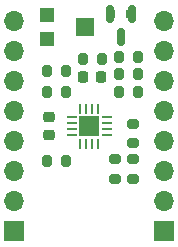
<source format=gbr>
%TF.GenerationSoftware,KiCad,Pcbnew,(6.0.5)*%
%TF.CreationDate,2022-05-26T22:58:09+02:00*%
%TF.ProjectId,STP220_Polulu,53545032-3230-45f5-906f-6c756c752e6b,rev?*%
%TF.SameCoordinates,Original*%
%TF.FileFunction,Soldermask,Bot*%
%TF.FilePolarity,Negative*%
%FSLAX46Y46*%
G04 Gerber Fmt 4.6, Leading zero omitted, Abs format (unit mm)*
G04 Created by KiCad (PCBNEW (6.0.5)) date 2022-05-26 22:58:09*
%MOMM*%
%LPD*%
G01*
G04 APERTURE LIST*
G04 Aperture macros list*
%AMRoundRect*
0 Rectangle with rounded corners*
0 $1 Rounding radius*
0 $2 $3 $4 $5 $6 $7 $8 $9 X,Y pos of 4 corners*
0 Add a 4 corners polygon primitive as box body*
4,1,4,$2,$3,$4,$5,$6,$7,$8,$9,$2,$3,0*
0 Add four circle primitives for the rounded corners*
1,1,$1+$1,$2,$3*
1,1,$1+$1,$4,$5*
1,1,$1+$1,$6,$7*
1,1,$1+$1,$8,$9*
0 Add four rect primitives between the rounded corners*
20,1,$1+$1,$2,$3,$4,$5,0*
20,1,$1+$1,$4,$5,$6,$7,0*
20,1,$1+$1,$6,$7,$8,$9,0*
20,1,$1+$1,$8,$9,$2,$3,0*%
G04 Aperture macros list end*
%ADD10R,1.700000X1.700000*%
%ADD11O,1.700000X1.700000*%
%ADD12RoundRect,0.200000X0.200000X0.275000X-0.200000X0.275000X-0.200000X-0.275000X0.200000X-0.275000X0*%
%ADD13RoundRect,0.200000X-0.200000X-0.275000X0.200000X-0.275000X0.200000X0.275000X-0.200000X0.275000X0*%
%ADD14RoundRect,0.200000X0.275000X-0.200000X0.275000X0.200000X-0.275000X0.200000X-0.275000X-0.200000X0*%
%ADD15RoundRect,0.062500X0.062500X-0.325000X0.062500X0.325000X-0.062500X0.325000X-0.062500X-0.325000X0*%
%ADD16RoundRect,0.062500X0.325000X-0.062500X0.325000X0.062500X-0.325000X0.062500X-0.325000X-0.062500X0*%
%ADD17R,1.800000X1.800000*%
%ADD18RoundRect,0.150000X-0.150000X0.587500X-0.150000X-0.587500X0.150000X-0.587500X0.150000X0.587500X0*%
%ADD19R,1.200000X1.200000*%
%ADD20R,1.500000X1.600000*%
%ADD21R,0.450000X0.700000*%
%ADD22RoundRect,0.225000X0.225000X0.250000X-0.225000X0.250000X-0.225000X-0.250000X0.225000X-0.250000X0*%
%ADD23RoundRect,0.200000X-0.275000X0.200000X-0.275000X-0.200000X0.275000X-0.200000X0.275000X0.200000X0*%
%ADD24RoundRect,0.225000X-0.250000X0.225000X-0.250000X-0.225000X0.250000X-0.225000X0.250000X0.225000X0*%
G04 APERTURE END LIST*
D10*
%TO.C,J2*%
X135890000Y-95235000D03*
D11*
X135890000Y-92695000D03*
X135890000Y-90155000D03*
X135890000Y-87615000D03*
X135890000Y-85075000D03*
X135890000Y-82535000D03*
X135890000Y-79995000D03*
X135890000Y-77455000D03*
%TD*%
D10*
%TO.C,J1*%
X148590000Y-95250000D03*
D11*
X148590000Y-92710000D03*
X148590000Y-90170000D03*
X148590000Y-87630000D03*
X148590000Y-85090000D03*
X148590000Y-82550000D03*
X148590000Y-80010000D03*
X148590000Y-77470000D03*
%TD*%
D12*
%TO.C,R7*%
X140271000Y-89281000D03*
X138621000Y-89281000D03*
%TD*%
%TO.C,R4*%
X140271000Y-81661000D03*
X138621000Y-81661000D03*
%TD*%
%TO.C,R6*%
X140271000Y-83439000D03*
X138621000Y-83439000D03*
%TD*%
D13*
%TO.C,R10*%
X144717000Y-83464400D03*
X146367000Y-83464400D03*
%TD*%
D14*
%TO.C,R3*%
X145923000Y-90804000D03*
X145923000Y-89154000D03*
%TD*%
D13*
%TO.C,R1*%
X144717000Y-80518000D03*
X146367000Y-80518000D03*
%TD*%
D15*
%TO.C,U1*%
X142990000Y-87847500D03*
X142490000Y-87847500D03*
X141990000Y-87847500D03*
X141490000Y-87847500D03*
D16*
X140752500Y-87110000D03*
X140752500Y-86610000D03*
X140752500Y-86110000D03*
X140752500Y-85610000D03*
D15*
X141490000Y-84872500D03*
X141990000Y-84872500D03*
X142490000Y-84872500D03*
X142990000Y-84872500D03*
D16*
X143727500Y-85610000D03*
X143727500Y-86110000D03*
X143727500Y-86610000D03*
X143727500Y-87110000D03*
D17*
X142240000Y-86360000D03*
%TD*%
D12*
%TO.C,R8*%
X146367000Y-81991200D03*
X144717000Y-81991200D03*
%TD*%
D18*
%TO.C,Q1*%
X143957000Y-76913500D03*
X145857000Y-76913500D03*
X144907000Y-78788500D03*
%TD*%
D19*
%TO.C,RV1*%
X138662000Y-78978000D03*
D20*
X141912000Y-77978000D03*
D19*
X138662000Y-76978000D03*
%TD*%
D21*
%TO.C,Q2*%
X144257000Y-76851000D03*
X145557000Y-76851000D03*
X144907000Y-78851000D03*
%TD*%
D22*
%TO.C,C1*%
X143269000Y-82169000D03*
X141719000Y-82169000D03*
%TD*%
D13*
%TO.C,R5*%
X141669000Y-80645000D03*
X143319000Y-80645000D03*
%TD*%
D23*
%TO.C,R2*%
X144399000Y-89154000D03*
X144399000Y-90804000D03*
%TD*%
D24*
%TO.C,C2*%
X138811000Y-85585000D03*
X138811000Y-87135000D03*
%TD*%
D23*
%TO.C,R9*%
X145923000Y-86170000D03*
X145923000Y-87820000D03*
%TD*%
M02*

</source>
